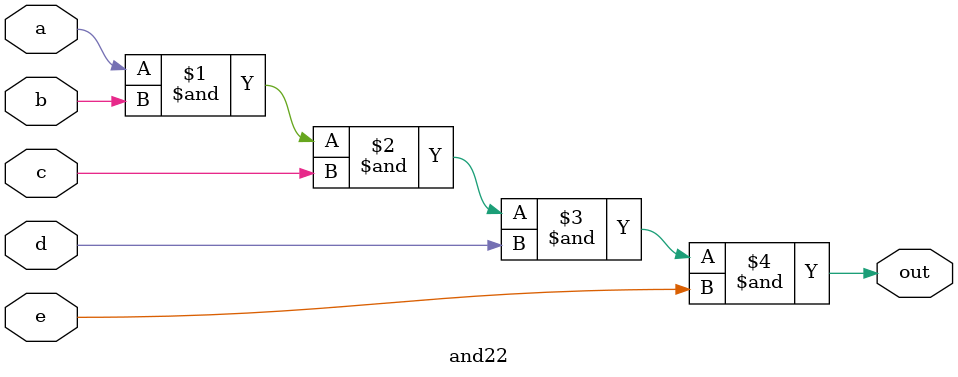
<source format=v>
module and22 (
  input a,
  input b,
  input c,
  input d,
  input e,
  output out
);

  assign out = a & b & c & d & e; // Performs an AND operation

endmodule

</source>
